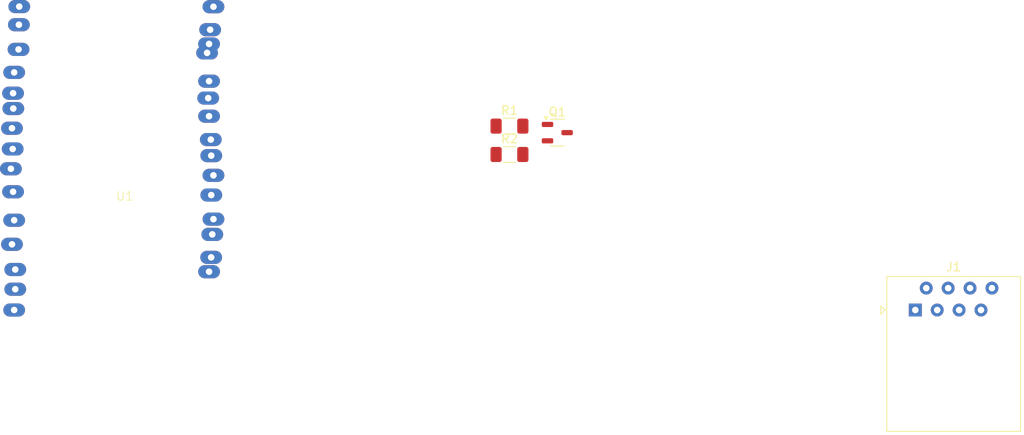
<source format=kicad_pcb>
(kicad_pcb (version 20240108) (generator "pcbnew") (generator_version "8.0")
  (layers (0 "F.Cu" signal) (31 "B.Cu" signal) (34 "B.Paste" user) (35 "F.Paste" user) (36 "B.SilkS" user "B.Silkscreen") (37 "F.SilkS" user "F.Silkscreen") (38 "B.Mask" user) (39 "F.Mask" user) (44 "Edge.Cuts" user))
  (net 0 "")
  (net 1 "GND")
  (net 3 "Net-(Q1-G)")
  (net 4 "/OUT1")
  (footprint "Resistor_SMD:R_1206_3216Metric_Pad1.30x1.75mm_HandSolder" (layer "F.Cu") (at 117.7725 93.721)
    (property "Reference" "R2" (at 0 -1.82 0) (layer "F.SilkS"))
    (property "Value" "10k")
    (fp_line (start -0.727064 -0.91) (end 0.727064 -0.91) (stroke (width 0.12)) (layer "F.SilkS"))
    (fp_line (start -0.727064 0.91) (end 0.727064 0.91) (stroke (width 0.12)) (layer "F.SilkS"))
    (pad "1" smd roundrect (at -1.55 0) (size 1.3 1.75) (layers "F.Cu" "F.Paste" "F.Mask") (roundrect_rratio 0.192308) (net 1 "GND"))
    (pad "2" smd roundrect (at 1.55 0) (size 1.3 1.75) (layers "F.Cu" "F.Paste" "F.Mask") (roundrect_rratio 0.192308) (net 3 "Net-(Q1-G)"))
  )
  (footprint "Resistor_SMD:R_1206_3216Metric_Pad1.30x1.75mm_HandSolder" (layer "F.Cu") (at 117.7725 90.431)
    (property "Reference" "R1" (at 0 -1.82 0) (layer "F.SilkS"))
    (property "Value" "10")
    (fp_line (start -0.727064 -0.91) (end 0.727064 -0.91) (stroke (width 0.12)) (layer "F.SilkS"))
    (fp_line (start -0.727064 0.91) (end 0.727064 0.91) (stroke (width 0.12)) (layer "F.SilkS"))
    (pad "1" smd roundrect (at -1.55 0) (size 1.3 1.75) (layers "F.Cu" "F.Paste" "F.Mask") (roundrect_rratio 0.192308) (net 4 "/OUT1"))
    (pad "2" smd roundrect (at 1.55 0) (size 1.3 1.75) (layers "F.Cu" "F.Paste" "F.Mask") (roundrect_rratio 0.192308) (net 3 "Net-(Q1-G)"))
  )
  (footprint "Package_TO_SOT_SMD:SOT-23-3" (layer "F.Cu") (at 123.3225 91.186)
    (property "Reference" "Q1" (at 0 -2.4 0) (layer "F.SilkS"))
    (property "Value" "IRLML2502")
    (fp_line (start 0 -1.56) (end -0.8 -1.56) (stroke (width 0.12)) (layer "F.SilkS"))
    (fp_line (start 0 -1.56) (end 0.8 -1.56) (stroke (width 0.12)) (layer "F.SilkS"))
    (fp_line (start 0 1.56) (end -0.8 1.56) (stroke (width 0.12)) (layer "F.SilkS"))
    (fp_line (start 0 1.56) (end 0.8 1.56) (stroke (width 0.12)) (layer "F.SilkS"))
    (fp_poly (pts (xy -1.3 -1.51) (xy -1.54 -1.84) (xy -1.06 -1.84) (xy -1.3 -1.51)) (stroke (width 0.12)) (fill solid) (layer "F.SilkS"))
    (pad "1" smd roundrect (at -1.1375 -0.95) (size 1.325 0.6) (layers "F.Cu" "F.Paste" "F.Mask") (net 3 "Net-(Q1-G)"))
    (pad "2" smd roundrect (at -1.1375 0.95) (size 1.325 0.6) (layers "F.Cu" "F.Paste" "F.Mask") (net 1 "GND"))
    (pad "3" smd roundrect (at 1.1375 0) (size 1.325 0.6) (layers "F.Cu" "F.Paste" "F.Mask"))
  )
  (footprint "Library:ESP32_dev" (layer "F.Cu") (at 73.152 99.06)
    (property "Reference" "U1" (at 0 -0.5 0) (layer "F.SilkS") (effects (font (thickness 0.1))))
    (property "Value" "~")
    (pad "1" thru_hole oval (at -12.827 12.7) (size 2.524 1.524) (drill 0.762) (layers "*.Cu" "*.Mask"))
    (pad "2" thru_hole oval (at -12.7 10.287) (size 2.524 1.524) (drill 0.762) (layers "*.Cu" "*.Mask") (net 1 "GND"))
    (pad "3" thru_hole oval (at -12.7 8.001) (size 2.524 1.524) (drill 0.762) (layers "*.Cu" "*.Mask"))
    (pad "4" thru_hole oval (at -13.081 5.08) (size 2.524 1.524) (drill 0.762) (layers "*.Cu" "*.Mask"))
    (pad "5" thru_hole oval (at -12.827 2.286) (size 2.524 1.524) (drill 0.762) (layers "*.Cu" "*.Mask"))
    (pad "6" thru_hole oval (at -12.954 -1.016) (size 2.524 1.524) (drill 0.762) (layers "*.Cu" "*.Mask"))
    (pad "7" thru_hole oval (at -13.208 -3.683) (size 2.524 1.524) (drill 0.762) (layers "*.Cu" "*.Mask"))
    (pad "8" thru_hole oval (at -12.997741 -5.979677) (size 2.524 1.524) (drill 0.762) (layers "*.Cu" "*.Mask"))
    (pad "9" thru_hole oval (at -13.081 -8.382) (size 2.524 1.524) (drill 0.762) (layers "*.Cu" "*.Mask"))
    (pad "10" thru_hole oval (at -12.926129 -10.670322) (size 2.524 1.524) (drill 0.762) (layers "*.Cu" "*.Mask"))
    (pad "11" thru_hole oval (at -12.954 -12.446) (size 2.524 1.524) (drill 0.762) (layers "*.Cu" "*.Mask"))
    (pad "12" thru_hole oval (at -12.827 -14.859) (size 2.524 1.524) (drill 0.762) (layers "*.Cu" "*.Mask"))
    (pad "13" thru_hole oval (at -12.319 -17.526) (size 2.524 1.524) (drill 0.762) (layers "*.Cu" "*.Mask"))
    (pad "14" thru_hole oval (at -12.277889 -20.390198) (size 2.524 1.524) (drill 0.762) (layers "*.Cu" "*.Mask"))
    (pad "15" thru_hole oval (at -12.234921 -22.495618) (size 2.524 1.524) (drill 0.762) (layers "*.Cu" "*.Mask"))
    (pad "16" thru_hole oval (at 10.287 -22.479) (size 2.524 1.524) (drill 0.762) (layers "*.Cu" "*.Mask"))
    (pad "17" thru_hole oval (at 9.906 -19.812) (size 2.524 1.524) (drill 0.762) (layers "*.Cu" "*.Mask"))
    (pad "18" thru_hole oval (at 9.779 -18.161) (size 2.524 1.524) (drill 0.762) (layers "*.Cu" "*.Mask"))
    (pad "19" thru_hole oval (at 9.549723 -17.12465) (size 2.524 1.524) (drill 0.762) (layers "*.Cu" "*.Mask"))
    (pad "20" thru_hole oval (at 9.779 -13.843) (size 2.524 1.524) (drill 0.762) (layers "*.Cu" "*.Mask"))
    (pad "21" thru_hole oval (at 9.678627 -11.882585) (size 2.524 1.524) (drill 0.762) (layers "*.Cu" "*.Mask"))
    (pad "22" thru_hole oval (at 9.779 -9.779) (size 2.524 1.524) (drill 0.762) (layers "*.Cu" "*.Mask"))
    (pad "23" thru_hole oval (at 9.979401 -7.070198) (size 2.524 1.524) (drill 0.762) (layers "*.Cu" "*.Mask"))
    (pad "24" thru_hole oval (at 10.033 -5.207) (size 2.524 1.524) (drill 0.762) (layers "*.Cu" "*.Mask"))
    (pad "25" thru_hole oval (at 10.287 -2.921) (size 2.524 1.524) (drill 0.762) (layers "*.Cu" "*.Mask"))
    (pad "26" thru_hole oval (at 10.033 -0.635) (size 2.524 1.524) (drill 0.762) (layers "*.Cu" "*.Mask"))
    (pad "27" thru_hole oval (at 10.287 2.159) (size 2.524 1.524) (drill 0.762) (layers "*.Cu" "*.Mask") (net 4 "/OUT1"))
    (pad "28" thru_hole oval (at 10.151272 3.929543) (size 2.524 1.524) (drill 0.762) (layers "*.Cu" "*.Mask"))
    (pad "29" thru_hole oval (at 10.022369 6.593543) (size 2.524 1.524) (drill 0.762) (layers "*.Cu" "*.Mask") (net 1 "GND"))
    (pad "30" thru_hole oval (at 9.779 8.255) (size 2.524 1.524) (drill 0.762) (layers "*.Cu" "*.Mask"))
  )
  (footprint "Connector_RJ:RJ45_Amphenol_54602-x08_Horizontal" (layer "F.Cu") (at 164.846 111.76)
    (property "Reference" "J1" (at 4.445 -5 0) (layer "F.SilkS"))
    (property "Value" "RJ45")
    (fp_line (start -4 -0.5) (end -4 0.5) (stroke (width 0.12)) (layer "F.SilkS"))
    (fp_line (start -4 0.5) (end -3.5 0) (stroke (width 0.12)) (layer "F.SilkS"))
    (fp_line (start -3.5 0) (end -4 -0.5) (stroke (width 0.12)) (layer "F.SilkS"))
    (fp_line (start -3.315 -3.88) (end -3.315 14.08) (stroke (width 0.12)) (layer "F.SilkS"))
    (fp_line (start -3.315 14.08) (end 12.205 14.08) (stroke (width 0.12)) (layer "F.SilkS"))
    (fp_line (start 12.205 -3.88) (end -3.315 -3.88) (stroke (width 0.12)) (layer "F.SilkS"))
    (fp_line (start 12.205 -3.88) (end 12.205 14.08) (stroke (width 0.12)) (layer "F.SilkS"))
    (pad "" np_thru_hole circle (at -1.27 6.35) (size 3.2 3.2) (drill 3.2) (layers "*.Cu" "*.Mask"))
    (pad "" np_thru_hole circle (at 10.16 6.35) (size 3.2 3.2) (drill 3.2) (layers "*.Cu" "*.Mask"))
    (pad "1" thru_hole rect (at 0 0) (size 1.5 1.5) (drill 0.76) (layers "*.Cu" "*.Mask"))
    (pad "2" thru_hole circle (at 1.27 -2.54) (size 1.5 1.5) (drill 0.76) (layers "*.Cu" "*.Mask"))
    (pad "3" thru_hole circle (at 2.54 0) (size 1.5 1.5) (drill 0.76) (layers "*.Cu" "*.Mask"))
    (pad "4" thru_hole circle (at 3.81 -2.54) (size 1.5 1.5) (drill 0.76) (layers "*.Cu" "*.Mask"))
    (pad "5" thru_hole circle (at 5.08 0) (size 1.5 1.5) (drill 0.76) (layers "*.Cu" "*.Mask"))
    (pad "6" thru_hole circle (at 6.35 -2.54) (size 1.5 1.5) (drill 0.76) (layers "*.Cu" "*.Mask"))
    (pad "7" thru_hole circle (at 7.62 0) (size 1.5 1.5) (drill 0.76) (layers "*.Cu" "*.Mask"))
    (pad "8" thru_hole circle (at 8.89 -2.54) (size 1.5 1.5) (drill 0.76) (layers "*.Cu" "*.Mask"))
  )
)
</source>
